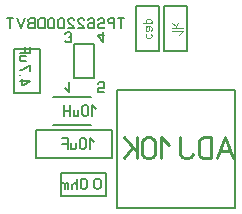
<source format=gbr>
%FSLAX34Y34*%
%MOMM*%
%LNSILK_BOTTOM*%
G71*
G01*
%ADD10C, 0.15*%
%ADD11C, 0.22*%
%ADD12C, 0.20*%
%ADD13C, 0.16*%
%ADD14C, 0.11*%
%LPD*%
G54D10*
X258000Y-158000D02*
X158000Y-158000D01*
G54D10*
X158000Y-158000D02*
X158000Y-258000D01*
G54D10*
X258000Y-258000D02*
X158000Y-258000D01*
G54D10*
X258000Y-158000D02*
X258000Y-258000D01*
G54D11*
X256000Y-216000D02*
X249333Y-198222D01*
X242667Y-216000D01*
G54D11*
X253333Y-209333D02*
X245333Y-209333D01*
G54D11*
X237778Y-216000D02*
X237778Y-198222D01*
X231111Y-198222D01*
X228445Y-199333D01*
X227111Y-201556D01*
X227111Y-212667D01*
X228445Y-214889D01*
X231111Y-216000D01*
X237778Y-216000D01*
G54D11*
X211555Y-198222D02*
X211555Y-212667D01*
X212889Y-214889D01*
X215555Y-216000D01*
X218222Y-216000D01*
X220889Y-214889D01*
X222222Y-212667D01*
G54D11*
X201510Y-204889D02*
X194843Y-198222D01*
X194843Y-216000D01*
G54D11*
X179287Y-201556D02*
X179287Y-212667D01*
X180621Y-214889D01*
X183287Y-216000D01*
X185954Y-216000D01*
X188621Y-214889D01*
X189954Y-212667D01*
X189954Y-201556D01*
X188621Y-199333D01*
X185954Y-198222D01*
X183287Y-198222D01*
X180621Y-199333D01*
X179287Y-201556D01*
G54D11*
X174398Y-216000D02*
X174398Y-198222D01*
G54D11*
X174398Y-210444D02*
X163731Y-198222D01*
G54D11*
X170398Y-207111D02*
X163731Y-216000D01*
G54D10*
X138698Y-147767D02*
X121198Y-147767D01*
X121198Y-119167D01*
X138698Y-119167D01*
X138698Y-147767D01*
G54D12*
X104000Y-188000D02*
X136000Y-188000D01*
G54D12*
X104000Y-164000D02*
X136000Y-164000D01*
G54D13*
X140000Y-174444D02*
X136667Y-171111D01*
X136667Y-180000D01*
G54D13*
X128223Y-172778D02*
X128223Y-178333D01*
X128889Y-179444D01*
X130223Y-180000D01*
X131556Y-180000D01*
X132889Y-179444D01*
X133556Y-178333D01*
X133556Y-172778D01*
X132889Y-171667D01*
X131556Y-171111D01*
X130223Y-171111D01*
X128889Y-171667D01*
X128223Y-172778D01*
G54D13*
X121112Y-175000D02*
X121112Y-180000D01*
G54D13*
X121112Y-178889D02*
X121779Y-179778D01*
X123112Y-180000D01*
X124445Y-179778D01*
X125112Y-178889D01*
X125112Y-175000D01*
G54D13*
X118001Y-180000D02*
X118001Y-171111D01*
G54D13*
X112668Y-180000D02*
X112668Y-171111D01*
G54D13*
X118001Y-175556D02*
X112668Y-175556D01*
G54D13*
X113798Y-156523D02*
X117131Y-159856D01*
X117131Y-150967D01*
G54D13*
X113798Y-116189D02*
X114465Y-117300D01*
X115798Y-117856D01*
X117131Y-117856D01*
X118465Y-117300D01*
X119131Y-116189D01*
X119131Y-115078D01*
X118465Y-113967D01*
X117131Y-113412D01*
X118465Y-112856D01*
X119131Y-111745D01*
X119131Y-110634D01*
X118465Y-109523D01*
X117131Y-108967D01*
X115798Y-108967D01*
X114465Y-109523D01*
X113798Y-110634D01*
G54D13*
X145798Y-108967D02*
X145798Y-117856D01*
X141798Y-112300D01*
X141798Y-111189D01*
X147131Y-111189D01*
G54D13*
X147131Y-159856D02*
X141798Y-159856D01*
X141798Y-155967D01*
X142465Y-155967D01*
X143798Y-156523D01*
X145131Y-156523D01*
X146465Y-155967D01*
X147131Y-154856D01*
X147131Y-152634D01*
X146465Y-151523D01*
X145131Y-150967D01*
X143798Y-150967D01*
X142465Y-151523D01*
X141798Y-152634D01*
G54D10*
X70500Y-161000D02*
X92500Y-161000D01*
X92500Y-123000D01*
X70500Y-123000D01*
X70500Y-161000D01*
G54D10*
X173500Y-125000D02*
X193500Y-125000D01*
X193500Y-87000D01*
X173500Y-87000D01*
X173500Y-125000D01*
G54D14*
X210029Y-111338D02*
X213362Y-108004D01*
X204473Y-108004D01*
G54D14*
X204473Y-105561D02*
X213362Y-105561D01*
G54D14*
X207806Y-103561D02*
X204473Y-101561D01*
G54D14*
X206695Y-105561D02*
X209473Y-101561D01*
G54D10*
X197500Y-125000D02*
X217500Y-125000D01*
X217500Y-87000D01*
X197500Y-87000D01*
X197500Y-125000D01*
G54D14*
X186832Y-110631D02*
X187165Y-111964D01*
X186832Y-113298D01*
X185721Y-113964D01*
X183498Y-113964D01*
X182387Y-113298D01*
X182165Y-111964D01*
X182387Y-110631D01*
G54D14*
X186609Y-108188D02*
X187165Y-106854D01*
X187165Y-105254D01*
X186054Y-104188D01*
X182165Y-104188D01*
G54D14*
X183832Y-104188D02*
X184943Y-104854D01*
X185165Y-106188D01*
X184943Y-107521D01*
X183832Y-108188D01*
X182721Y-107921D01*
X182165Y-106854D01*
X182165Y-106188D01*
X182165Y-105921D01*
X182721Y-104854D01*
X183832Y-104188D01*
G54D14*
X187165Y-101744D02*
X179943Y-101744D01*
G54D14*
X183832Y-101744D02*
X182387Y-101077D01*
X182165Y-99744D01*
X182387Y-98410D01*
X183498Y-97744D01*
X185721Y-97744D01*
X186832Y-98410D01*
X187165Y-99744D01*
X186832Y-101077D01*
X185498Y-101744D01*
G54D10*
X89500Y-192000D02*
X89500Y-216000D01*
X153500Y-216000D01*
X153500Y-192000D01*
X89500Y-192000D01*
G54D10*
X148500Y-248000D02*
X148500Y-228000D01*
X110500Y-228000D01*
X110500Y-248000D01*
X148500Y-248000D01*
G54D13*
X138000Y-202444D02*
X134667Y-199111D01*
X134667Y-208000D01*
G54D13*
X126223Y-200778D02*
X126223Y-206333D01*
X126889Y-207444D01*
X128223Y-208000D01*
X129556Y-208000D01*
X130889Y-207444D01*
X131556Y-206333D01*
X131556Y-200778D01*
X130889Y-199667D01*
X129556Y-199111D01*
X128223Y-199111D01*
X126889Y-199667D01*
X126223Y-200778D01*
G54D13*
X119112Y-203000D02*
X119112Y-208000D01*
G54D13*
X119112Y-206889D02*
X119779Y-207778D01*
X121112Y-208000D01*
X122445Y-207778D01*
X123112Y-206889D01*
X123112Y-203000D01*
G54D13*
X116001Y-208000D02*
X116001Y-199111D01*
X111334Y-199111D01*
G54D13*
X116001Y-203556D02*
X111334Y-203556D01*
G54D13*
X75520Y-150228D02*
X84409Y-150228D01*
X78853Y-154228D01*
X77742Y-154228D01*
X77742Y-148894D01*
G54D13*
X75520Y-145250D02*
X75520Y-145784D01*
X75964Y-145784D01*
X75964Y-145250D01*
X75520Y-145250D01*
X75520Y-145784D01*
G54D13*
X84409Y-142140D02*
X84409Y-136806D01*
X83298Y-137473D01*
X81631Y-138806D01*
X79409Y-140140D01*
X77742Y-140806D01*
X75520Y-140806D01*
G54D13*
X80520Y-129696D02*
X75520Y-129696D01*
G54D13*
X76631Y-129696D02*
X75742Y-130362D01*
X75520Y-131696D01*
X75742Y-133029D01*
X76631Y-133696D01*
X80520Y-133696D01*
G54D13*
X75520Y-126585D02*
X84409Y-126585D01*
X84409Y-121918D01*
G54D13*
X79964Y-126585D02*
X79964Y-121918D01*
G54D13*
X138667Y-234778D02*
X138667Y-240333D01*
X139333Y-241444D01*
X140667Y-242000D01*
X142000Y-242000D01*
X143333Y-241444D01*
X144000Y-240333D01*
X144000Y-234778D01*
X143333Y-233667D01*
X142000Y-233111D01*
X140667Y-233111D01*
X139333Y-233667D01*
X138667Y-234778D01*
G54D13*
X126979Y-234778D02*
X126979Y-240333D01*
X127645Y-241444D01*
X128979Y-242000D01*
X130312Y-242000D01*
X131645Y-241444D01*
X132312Y-240333D01*
X132312Y-234778D01*
X131645Y-233667D01*
X130312Y-233111D01*
X128979Y-233111D01*
X127645Y-233667D01*
X126979Y-234778D01*
G54D13*
X123868Y-242000D02*
X123868Y-233111D01*
G54D13*
X123868Y-238444D02*
X123201Y-237333D01*
X121868Y-237000D01*
X120535Y-237333D01*
X119868Y-238444D01*
X119868Y-242000D01*
G54D13*
X116757Y-242000D02*
X116757Y-237000D01*
G54D13*
X116757Y-237889D02*
X115424Y-237000D01*
X114090Y-237333D01*
X113424Y-238111D01*
X113424Y-242000D01*
G54D13*
X113424Y-237889D02*
X112090Y-237000D01*
X110757Y-237333D01*
X110090Y-238111D01*
X110090Y-242000D01*
G54D13*
X161333Y-106000D02*
X161333Y-97111D01*
G54D13*
X164000Y-97111D02*
X158667Y-97111D01*
G54D13*
X155556Y-106000D02*
X155556Y-97111D01*
X152223Y-97111D01*
X150889Y-97667D01*
X150223Y-98778D01*
X150223Y-99889D01*
X150889Y-101000D01*
X152223Y-101556D01*
X155556Y-101556D01*
G54D13*
X147112Y-104333D02*
X146445Y-105444D01*
X145112Y-106000D01*
X143779Y-106000D01*
X142445Y-105444D01*
X141779Y-104333D01*
X141779Y-103222D01*
X142445Y-102111D01*
X143779Y-101556D01*
X145112Y-101556D01*
X146445Y-101000D01*
X147112Y-99889D01*
X147112Y-98778D01*
X146445Y-97667D01*
X145112Y-97111D01*
X143779Y-97111D01*
X142445Y-97667D01*
X141779Y-98778D01*
G54D13*
X133335Y-98778D02*
X134001Y-97667D01*
X135335Y-97111D01*
X136668Y-97111D01*
X138001Y-97667D01*
X138668Y-98778D01*
X138668Y-101556D01*
X138668Y-102111D01*
X136668Y-101000D01*
X135335Y-101000D01*
X134001Y-101556D01*
X133335Y-102667D01*
X133335Y-104333D01*
X134001Y-105444D01*
X135335Y-106000D01*
X136668Y-106000D01*
X138001Y-105444D01*
X138668Y-104333D01*
X138668Y-101556D01*
G54D13*
X124891Y-106000D02*
X130224Y-106000D01*
X130224Y-105444D01*
X129557Y-104333D01*
X125557Y-101000D01*
X124891Y-99889D01*
X124891Y-98778D01*
X125557Y-97667D01*
X126891Y-97111D01*
X128224Y-97111D01*
X129557Y-97667D01*
X130224Y-98778D01*
G54D13*
X116447Y-106000D02*
X121780Y-106000D01*
X121780Y-105444D01*
X121113Y-104333D01*
X117113Y-101000D01*
X116447Y-99889D01*
X116447Y-98778D01*
X117113Y-97667D01*
X118447Y-97111D01*
X119780Y-97111D01*
X121113Y-97667D01*
X121780Y-98778D01*
G54D13*
X108003Y-98778D02*
X108003Y-104333D01*
X108669Y-105444D01*
X110003Y-106000D01*
X111336Y-106000D01*
X112669Y-105444D01*
X113336Y-104333D01*
X113336Y-98778D01*
X112669Y-97667D01*
X111336Y-97111D01*
X110003Y-97111D01*
X108669Y-97667D01*
X108003Y-98778D01*
G54D13*
X99559Y-98778D02*
X99559Y-104333D01*
X100225Y-105444D01*
X101559Y-106000D01*
X102892Y-106000D01*
X104225Y-105444D01*
X104892Y-104333D01*
X104892Y-98778D01*
X104225Y-97667D01*
X102892Y-97111D01*
X101559Y-97111D01*
X100225Y-97667D01*
X99559Y-98778D01*
G54D13*
X96448Y-106000D02*
X96448Y-97111D01*
X93115Y-97111D01*
X91781Y-97667D01*
X91115Y-98778D01*
X91115Y-104333D01*
X91781Y-105444D01*
X93115Y-106000D01*
X96448Y-106000D01*
G54D13*
X88004Y-106000D02*
X88004Y-97111D01*
X84671Y-97111D01*
X83337Y-97667D01*
X82671Y-98778D01*
X82671Y-99889D01*
X83337Y-101000D01*
X84671Y-101556D01*
X83337Y-102111D01*
X82671Y-103222D01*
X82671Y-104333D01*
X83337Y-105444D01*
X84671Y-106000D01*
X88004Y-106000D01*
G54D13*
X88004Y-101556D02*
X84671Y-101556D01*
G54D13*
X79560Y-97111D02*
X76227Y-106000D01*
X72893Y-97111D01*
G54D13*
X67115Y-106000D02*
X67115Y-97111D01*
G54D13*
X69782Y-97111D02*
X64449Y-97111D01*
M02*

</source>
